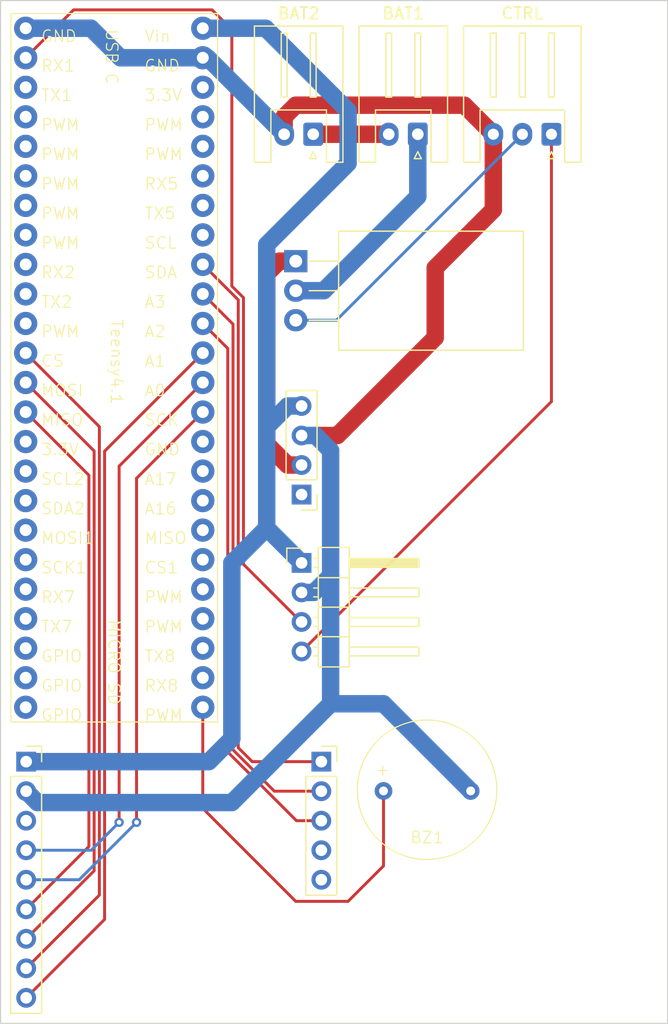
<source format=kicad_pcb>
(kicad_pcb (version 20221018) (generator pcbnew)
  (layers (0 "F.Cu" signal) (31 "B.Cu" signal) (34 "B.Paste" user) (35 "F.Paste" user) (36 "B.SilkS" user "B.Silkscreen") (37 "F.SilkS" user "F.Silkscreen") (38 "B.Mask" user) (39 "F.Mask" user) (44 "Edge.Cuts" user))
  (net 0 "")
  (net 1 "Net-(BZ1--)")
  (net 2 "GND")
  (net 3 "/EN")
  (net 4 "/VBAT")
  (net 5 "/VCC")
  (net 6 "/VSIG")
  (net 7 "Net-(J3-Pin_3)")
  (net 9 "/INT")
  (net 10 "/SCK")
  (net 11 "/MISO")
  (net 12 "/MOSI")
  (net 13 "/CS")
  (net 14 "/RST")
  (net 15 "/LVL")
  (net 16 "/NEPT")
  (net 17 "/FULL")
  (net 53 "Net-(J6-Pin_2)")
  (net 54 "/VIN")
  (footprint "Connector_PinSocket_2.54mm:PinSocket_1x05_P2.54mm_Vertical" (layer "F.Cu") (at 105.2 136.98)
    (fp_text reference "J5" hide)
    (fp_text value "Radio" hide)
    (fp_line (start -1.33 1.27) (end -1.33 11.49) (stroke (width 0.12)) (layer "F.SilkS"))
    (fp_line (start -1.33 1.27) (end 1.33 1.27) (stroke (width 0.12)) (layer "F.SilkS"))
    (fp_line (start -1.33 11.49) (end 1.33 11.49) (stroke (width 0.12)) (layer "F.SilkS"))
    (fp_line (start 0 -1.33) (end 1.33 -1.33) (stroke (width 0.12)) (layer "F.SilkS"))
    (fp_line (start 1.33 -1.33) (end 1.33 0) (stroke (width 0.12)) (layer "F.SilkS"))
    (fp_line (start 1.33 1.27) (end 1.33 11.49) (stroke (width 0.12)) (layer "F.SilkS"))
    (pad "1" thru_hole rect (at 0 0) (size 1.7 1.7) (drill 1) (layers "*.Cu" "*.Mask") (net 15 "/LVL"))
    (pad "2" thru_hole oval (at 0 2.54) (size 1.7 1.7) (drill 1) (layers "*.Cu" "*.Mask") (net 16 "/NEPT"))
    (pad "3" thru_hole oval (at 0 5.08) (size 1.7 1.7) (drill 1) (layers "*.Cu" "*.Mask") (net 17 "/FULL"))
    (pad "4" thru_hole oval (at 0 7.62) (size 1.7 1.7) (drill 1) (layers "*.Cu" "*.Mask"))
    (pad "5" thru_hole oval (at 0 10.16) (size 1.7 1.7) (drill 1) (layers "*.Cu" "*.Mask"))
  )
  (footprint "Connector_JST:JST_XH_S3B-XH-A_1x03_P2.50mm_Horizontal" (layer "F.Cu") (at 125 83 180)
    (fp_text reference "J2" hide)
    (fp_text value "CTRL" (at 2.5 10.4 180) (layer "F.SilkS"))
    (fp_line (start -2.56 -2.41) (end -1.14 -2.41) (stroke (width 0.12)) (layer "F.SilkS"))
    (fp_line (start -2.56 9.31) (end -2.56 -2.41) (stroke (width 0.12)) (layer "F.SilkS"))
    (fp_line (start -1.14 -2.41) (end -1.14 2.09) (stroke (width 0.12)) (layer "F.SilkS"))
    (fp_line (start -1.14 2.09) (end 2.5 2.09) (stroke (width 0.12)) (layer "F.SilkS"))
    (fp_line (start -0.3 -2.1) (end 0.3 -2.1) (stroke (width 0.12)) (layer "F.SilkS"))
    (fp_line (start -0.25 3.2) (end -0.25 8.7) (stroke (width 0.12)) (layer "F.SilkS"))
    (fp_line (start -0.25 8.7) (end 0.25 8.7) (stroke (width 0.12)) (layer "F.SilkS"))
    (fp_line (start 0 -1.5) (end -0.3 -2.1) (stroke (width 0.12)) (layer "F.SilkS"))
    (fp_line (start 0.25 3.2) (end -0.25 3.2) (stroke (width 0.12)) (layer "F.SilkS"))
    (fp_line (start 0.25 8.7) (end 0.25 3.2) (stroke (width 0.12)) (layer "F.SilkS"))
    (fp_line (start 0.3 -2.1) (end 0 -1.5) (stroke (width 0.12)) (layer "F.SilkS"))
    (fp_line (start 2.25 3.2) (end 2.25 8.7) (stroke (width 0.12)) (layer "F.SilkS"))
    (fp_line (start 2.25 8.7) (end 2.75 8.7) (stroke (width 0.12)) (layer "F.SilkS"))
    (fp_line (start 2.5 9.31) (end -2.56 9.31) (stroke (width 0.12)) (layer "F.SilkS"))
    (fp_line (start 2.5 9.31) (end 7.56 9.31) (stroke (width 0.12)) (layer "F.SilkS"))
    (fp_line (start 2.75 3.2) (end 2.25 3.2) (stroke (width 0.12)) (layer "F.SilkS"))
    (fp_line (start 2.75 8.7) (end 2.75 3.2) (stroke (width 0.12)) (layer "F.SilkS"))
    (fp_line (start 4.75 3.2) (end 4.75 8.7) (stroke (width 0.12)) (layer "F.SilkS"))
    (fp_line (start 4.75 8.7) (end 5.25 8.7) (stroke (width 0.12)) (layer "F.SilkS"))
    (fp_line (start 5.25 3.2) (end 4.75 3.2) (stroke (width 0.12)) (layer "F.SilkS"))
    (fp_line (start 5.25 8.7) (end 5.25 3.2) (stroke (width 0.12)) (layer "F.SilkS"))
    (fp_line (start 6.14 -2.41) (end 6.14 2.09) (stroke (width 0.12)) (layer "F.SilkS"))
    (fp_line (start 6.14 2.09) (end 2.5 2.09) (stroke (width 0.12)) (layer "F.SilkS"))
    (fp_line (start 7.56 -2.41) (end 6.14 -2.41) (stroke (width 0.12)) (layer "F.SilkS"))
    (fp_line (start 7.56 9.31) (end 7.56 -2.41) (stroke (width 0.12)) (layer "F.SilkS"))
    (pad "1" thru_hole roundrect (at 0 0 180) (size 1.7 1.95) (drill 0.95) (layers "*.Cu" "*.Mask") (roundrect_rratio 0.1470588235) (net 6 "/VSIG"))
    (pad "2" thru_hole oval (at 2.5 0 180) (size 1.7 1.95) (drill 0.95) (layers "*.Cu" "*.Mask") (net 3 "/EN"))
    (pad "3" thru_hole oval (at 5 0 180) (size 1.7 1.95) (drill 0.95) (layers "*.Cu" "*.Mask") (net 2 "GND"))
  )
  (footprint "Package_TO_SOT_THT:TO-220-3_Horizontal_TabDown" (layer "F.Cu") (at 103 93.92 -90)
    (fp_text reference "D1" hide)
    (fp_text value "Q_SCR_KAG")
    (fp_line (start -2.58 -19.58) (end -2.58 -3.69) (stroke (width 0.12)) (layer "F.SilkS"))
    (fp_line (start -2.58 -19.58) (end 7.66 -19.58) (stroke (width 0.12)) (layer "F.SilkS"))
    (fp_line (start -2.58 -3.69) (end 7.66 -3.69) (stroke (width 0.12)) (layer "F.SilkS"))
    (fp_line (start 0 -3.69) (end 0 -1.15) (stroke (width 0.12)) (layer "F.SilkS"))
    (fp_line (start 2.54 -3.69) (end 2.54 -1.15) (stroke (width 0.12)) (layer "F.SilkS"))
    (fp_line (start 5.08 -3.69) (end 5.08 -1.15) (stroke (width 0.12)) (layer "F.SilkS"))
    (fp_line (start 7.66 -19.58) (end 7.66 -3.69) (stroke (width 0.12)) (layer "F.SilkS"))
    (pad "" np_thru_hole oval (at 2.54 -16.66 270) (size 3.5 3.5) (drill 3.5) (layers "*.Cu" "*.Mask"))
    (pad "1" thru_hole rect (at 0 0 270) (size 1.905 2) (drill 1.1) (layers "*.Cu" "*.Mask") (net 4 "/VBAT"))
    (pad "2" thru_hole oval (at 2.54 0 270) (size 1.905 2) (drill 1.1) (layers "*.Cu" "*.Mask") (net 54 "/VIN"))
    (pad "3" thru_hole oval (at 5.08 0 270) (size 1.905 2) (drill 1.1) (layers "*.Cu" "*.Mask") (net 3 "/EN"))
  )
  (footprint "MountingHole:MountingHole_2.2mm_M2" (layer "F.Cu") (at 131 156)
    (fp_text reference "H2" hide)
    (fp_text value "MountingHole" hide)
    (pad "" np_thru_hole circle (at 0 0) (size 2.2 2.2) (drill 2.2) (layers "*.Cu" "*.Mask"))
  )
  (footprint "Avionics:Teensy_4.1" (layer "F.Cu") (at 87.38 103.09)
    (fp_text reference "Teensy4.1" (at 0.2 -0.5 -90 unlocked) (layer "F.SilkS") (effects (font (thickness 0.1))))
    (fp_text value "~")
    (fp_text user "GND" (at -6.35 -27.94 unlocked) (layer "F.SilkS") (effects (font (thickness 0.1)) (justify left bottom)))
    (fp_text user "PWM" (at 2.54 -20.32 unlocked) (layer "F.SilkS") (effects (font (thickness 0.1)) (justify left bottom)))
    (fp_text user "CS" (at -6.35 0 unlocked) (layer "F.SilkS") (effects (font (thickness 0.1)) (justify left bottom)))
    (fp_text user "PWM" (at -6.35 -10.16 unlocked) (layer "F.SilkS") (effects (font (thickness 0.1)) (justify left bottom)))
    (fp_text user "USB C" (at -0.8 -29.2 -90 unlocked) (layer "F.SilkS") (effects (font (thickness 0.1)) (justify left bottom)))
    (fp_text user "SCL" (at 2.54 -10.16 unlocked) (layer "F.SilkS") (effects (font (thickness 0.1)) (justify left bottom)))
    (fp_text user "TX2" (at -6.35 -5.08 unlocked) (layer "F.SilkS") (effects (font (thickness 0.1)) (justify left bottom)))
    (fp_text user "CS1" (at 2.54 17.78 unlocked) (layer "F.SilkS") (effects (font (thickness 0.1)) (justify left bottom)))
    (fp_text user "PWM" (at -6.35 -2.54 unlocked) (layer "F.SilkS") (effects (font (thickness 0.1)) (justify left bottom)))
    (fp_text user "TX5" (at 2.54 -12.7 unlocked) (layer "F.SilkS") (effects (font (thickness 0.1)) (justify left bottom)))
    (fp_text user "MICRO SD" (at -0.6 21.59 -90 unlocked) (layer "F.SilkS") (effects (font (thickness 0.1)) (justify left bottom)))
    (fp_text user "GND" (at 2.54 7.62 unlocked) (layer "F.SilkS") (effects (font (thickness 0.1)) (justify left bottom)))
    (fp_text user "PWM" (at 2.54 30.48 unlocked) (layer "F.SilkS") (effects (font (thickness 0.1)) (justify left bottom)))
    (fp_text user "A0" (at 2.54 2.54 unlocked) (layer "F.SilkS") (effects (font (thickness 0.1)) (justify left bottom)))
    (fp_text user "3.3V" (at 2.54 -22.86 unlocked) (layer "F.SilkS") (effects (font (thickness 0.1)) (justify left bottom)))
    (fp_text user "TX7" (at -6.35 22.86 unlocked) (layer "F.SilkS") (effects (font (thickness 0.1)) (justify left bottom)))
    (fp_text user "PWM" (at -6.35 -17.78 unlocked) (layer "F.SilkS") (effects (font (thickness 0.1)) (justify left bottom)))
    (fp_text user "PWM" (at 2.54 20.32 unlocked) (layer "F.SilkS") (effects (font (thickness 0.1)) (justify left bottom)))
    (fp_text user "RX5" (at 2.54 -15.24 unlocked) (layer "F.SilkS") (effects (font (thickness 0.1)) (justify left bottom)))
    (fp_text user "PWM" (at -6.35 -20.32 unlocked) (layer "F.SilkS") (effects (font (thickness 0.1)) (justify left bottom)))
    (fp_text user "SDA2" (at -6.35 12.7 unlocked) (layer "F.SilkS") (effects (font (thickness 0.1)) (justify left bottom)))
    (fp_text user "GPIO" (at -6.35 27.94 unlocked) (layer "F.SilkS") (effects (font (thickness 0.1)) (justify left bottom)))
    (fp_text user "SDA" (at 2.54 -7.62 unlocked) (layer "F.SilkS") (effects (font (thickness 0.1)) (justify left bottom)))
    (fp_text user "MISO" (at 2.54 15.24 unlocked) (layer "F.SilkS") (effects (font (thickness 0.1)) (justify left bottom)))
    (fp_text user "3.3V" (at -6.35 7.62 unlocked) (layer "F.SilkS") (effects (font (thickness 0.1)) (justify left bottom)))
    (fp_text user "MOSI" (at -6.35 2.54 unlocked) (layer "F.SilkS") (effects (font (thickness 0.1)) (justify left bottom)))
    (fp_text user "MOSI1" (at -6.35 15.24 unlocked) (layer "F.SilkS") (effects (font (thickness 0.1)) (justify left bottom)))
    (fp_text user "GND" (at 2.54 -25.4 unlocked) (layer "F.SilkS") (effects (font (thickness 0.1)) (justify left bottom)))
    (fp_text user "A16" (at 2.54 12.7 unlocked) (layer "F.SilkS") (effects (font (thickness 0.1)) (justify left bottom)))
    (fp_text user "A2" (at 2.54 -2.54 unlocked) (layer "F.SilkS") (effects (font (thickness 0.1)) (justify left bottom)))
    (fp_text user "SCK1" (at -6.35 17.78 unlocked) (layer "F.SilkS") (effects (font (thickness 0.1)) (justify left bottom)))
    (fp_text user "GPIO" (at -6.35 30.48 unlocked) (layer "F.SilkS") (effects (font (thickness 0.1)) (justify left bottom)))
    (fp_text user "A3" (at 2.54 -5.08 unlocked) (layer "F.SilkS") (effects (font (thickness 0.1)) (justify left bottom)))
    (fp_text user "A1" (at 2.54 0 unlocked) (layer "F.SilkS") (effects (font (thickness 0.1)) (justify left bottom)))
    (fp_text user "A17" (at 2.54 10.16 unlocked) (layer "F.SilkS") (effects (font (thickness 0.1)) (justify left bottom)))
    (fp_text user "RX1" (at -6.35 -25.4 unlocked) (layer "F.SilkS") (effects (font (thickness 0.1)) (justify left bottom)))
    (fp_text user "PWM" (at 2.54 22.86 unlocked) (layer "F.SilkS") (effects (font (thickness 0.1)) (justify left bottom)))
    (fp_text user "SCL2" (at -6.35 10.16 unlocked) (layer "F.SilkS") (effects (font (thickness 0.1)) (justify left bottom)))
    (fp_text user "TX8" (at 2.54 25.4 unlocked) (layer "F.SilkS") (effects (font (thickness 0.1)) (justify left bottom)))
    (fp_text user "PWM" (at -6.35 -15.24 unlocked) (layer "F.SilkS") (effects (font (thickness 0.1)) (justify left bottom)))
    (fp_text user "PWM" (at 2.54 -17.78 unlocked) (layer "F.SilkS") (effects (font (thickness 0.1)) (justify left bottom)))
    (fp_text user "RX7" (at -6.35 20.32 unlocked) (layer "F.SilkS") (effects (font (thickness 0.1)) (justify left bottom)))
    (fp_text user "SCK" (at 2.54 5.08 unlocked) (layer "F.SilkS") (effects (font (thickness 0.1)) (justify left bottom)))
    (fp_text user "GPIO" (at -6.35 25.4 unlocked) (layer "F.SilkS") (effects (font (thickness 0.1)) (justify left bottom)))
    (fp_text user "RX8" (at 2.54 27.94 unlocked) (layer "F.SilkS") (effects (font (thickness 0.1)) (justify left bottom)))
    (fp_text user "MISO" (at -6.35 5.08 unlocked) (layer "F.SilkS") (effects (font (thickness 0.1)) (justify left bottom)))
    (fp_text user "PWM" (at -6.35 -12.7 unlocked) (layer "F.SilkS") (effects (font (thickness 0.1)) (justify left bottom)))
    (fp_text user "Vin" (at 2.54 -27.94 unlocked) (layer "F.SilkS") (effects (font (thickness 0.1)) (justify left bottom)))
    (fp_text user "TX1" (at -6.35 -22.86 unlocked) (layer "F.SilkS") (effects (font (thickness 0.1)) (justify left bottom)))
    (fp_text user "RX2" (at -6.35 -7.62 unlocked) (layer "F.SilkS") (effects (font (thickness 0.1)) (justify left bottom)))
    (fp_line (start -8.89 -1.27) (end -8.89 -30.48) (stroke (width 0.1)) (layer "F.SilkS"))
    (fp_line (start -8.89 -1.27) (end -8.89 0) (stroke (width 0.1)) (layer "F.SilkS"))
    (fp_line (start -8.89 0) (end -8.89 30.48) (stroke (width 0.1)) (layer "F.SilkS"))
    (fp_line (start -8.89 30.48) (end 8.89 30.48) (stroke (width 0.1)) (layer "F.SilkS"))
    (fp_line (start 8.89 -30.48) (end -8.89 -30.48) (stroke (width 0.1)) (layer "F.SilkS"))
    (fp_line (start 8.89 -30.48) (end 8.89 -2.54) (stroke (width 0.1)) (layer "F.SilkS"))
    (fp_line (start 8.89 30.48) (end 8.89 -2.54) (stroke (width 0.1)) (layer "F.SilkS"))
    (pad "0" thru_hole circle (at -7.62 -29.21) (size 2 2) (drill 1.02) (layers "*.Cu" "*.Mask") (net 2 "GND"))
    (pad "1" thru_hole circle (at -7.62 -26.67) (size 2 2) (drill 1.02) (layers "*.Cu" "*.Mask") (net 7 "Net-(J3-Pin_3)"))
    (pad "2" thru_hole circle (at -7.62 -24.13) (size 2 2) (drill 1.02) (layers "*.Cu" "*.Mask"))
    (pad "3" thru_hole circle (at -7.62 -21.59) (size 2 2) (drill 1.02) (layers "*.Cu" "*.Mask"))
    (pad "4" thru_hole circle (at -7.62 -19.05) (size 2 2) (drill 1.02) (layers "*.Cu" "*.Mask"))
    (pad "5" thru_hole circle (at -7.62 -16.51) (size 2 2) (drill 1.02) (layers "*.Cu" "*.Mask"))
    (pad "6" thru_hole circle (at -7.62 -13.97) (size 2 2) (drill 1.02) (layers "*.Cu" "*.Mask"))
    (pad "7" thru_hole circle (at -7.62 -11.43) (size 2 2) (drill 1.02) (layers "*.Cu" "*.Mask"))
    (pad "8" thru_hole circle (at -7.62 -8.89) (size 2 2) (drill 1.02) (layers "*.Cu" "*.Mask"))
    (pad "9" thru_hole circle (at -7.62 -6.35) (size 2 2) (drill 1.02) (layers "*.Cu" "*.Mask"))
    (pad "10" thru_hole circle (at -7.62 -3.81) (size 2 2) (drill 1.02) (layers "*.Cu" "*.Mask"))
    (pad "11" thru_hole circle (at -7.62 -1.27) (size 2 2) (drill 1.02) (layers "*.Cu" "*.Mask") (net 13 "/CS"))
    (pad "12" thru_hole circle (at -7.62 1.27) (size 2 2) (drill 1.02) (layers "*.Cu" "*.Mask") (net 12 "/MOSI"))
    (pad "13" thru_hole circle (at -7.62 3.81) (size 2 2) (drill 1.02) (layers "*.Cu" "*.Mask") (net 11 "/MISO"))
    (pad "14" thru_hole circle (at -7.62 6.35) (size 2 2) (drill 1.02) (layers "*.Cu" "*.Mask"))
    (pad "15" thru_hole circle (at -7.62 8.89) (size 2 2) (drill 1.02) (layers "*.Cu" "*.Mask"))
    (pad "16" thru_hole circle (at -7.62 11.43) (size 2 2) (drill 1.02) (layers "*.Cu" "*.Mask"))
    (pad "17" thru_hole circle (at -7.62 13.97) (size 2 2) (drill 1.02) (layers "*.Cu" "*.Mask"))
    (pad "18" thru_hole circle (at -7.62 16.51) (size 2 2) (drill 1.02) (layers "*.Cu" "*.Mask"))
    (pad "19" thru_hole circle (at -7.62 19.05) (size 2 2) (drill 1.02) (layers "*.Cu" "*.Mask"))
    (pad "20" thru_hole circle (at -7.62 21.59) (size 2 2) (drill 1.02) (layers "*.Cu" "*.Mask"))
    (pad "21" thru_hole circle (at -7.62 24.13) (size 2 2) (drill 1.02) (layers "*.Cu" "*.Mask"))
    (pad "22" thru_hole circle (at -7.62 26.67) (size 2 2) (drill 1.02) (layers "*.Cu" "*.Mask"))
    (pad "23" thru_hole circle (at -7.62 29.21) (size 2 2) (drill 1.02) (layers "*.Cu" "*.Mask"))
    (pad "24" thru_hole circle (at 7.62 29.21) (size 2 2) (drill 1.02) (layers "*.Cu" "*.Mask") (net 1 "Net-(BZ1--)"))
    (pad "25" thru_hole circle (at 7.62 26.67) (size 2 2) (drill 1.02) (layers "*.Cu" "*.Mask"))
    (pad "26" thru_hole circle (at 7.62 24.13) (size 2 2) (drill 1.02) (layers "*.Cu" "*.Mask"))
    (pad "27" thru_hole circle (at 7.62 21.59) (size 2 2) (drill 1.02) (layers "*.Cu" "*.Mask"))
    (pad "28" thru_hole circle (at 7.62 19.05) (size 2 2) (drill 1.02) (layers "*.Cu" "*.Mask"))
    (pad "29" thru_hole circle (at 7.62 16.51) (size 2 2) (drill 1.02) (layers "*.Cu" "*.Mask"))
    (pad "30" thru_hole circle (at 7.62 13.97) (size 2 2) (drill 1.02) (layers "*.Cu" "*.Mask"))
    (pad "31" thru_hole circle (at 7.62 11.43) (size 2 2) (drill 1.02) (layers "*.Cu" "*.Mask"))
    (pad "32" thru_hole circle (at 7.62 8.89) (size 2 2) (drill 1.02) (layers "*.Cu" "*.Mask"))
    (pad "33" thru_hole circle (at 7.62 6.35) (size 2 2) (drill 1.02) (layers "*.Cu" "*.Mask"))
    (pad "34" thru_hole circle (at 7.62 3.81) (size 2 2) (drill 1.02) (layers "*.Cu" "*.Mask") (net 10 "/SCK"))
    (pad "35" thru_hole circle (at 7.62 1.27) (size 2 2) (drill 1.02) (layers "*.Cu" "*.Mask") (net 9 "/INT"))
    (pad "36" thru_hole circle (at 7.62 -1.27) (size 2 2) (drill 1.02) (layers "*.Cu" "*.Mask") (net 14 "/RST"))
    (pad "37" thru_hole circle (at 7.62 -3.81) (size 2 2) (drill 1.02) (layers "*.Cu" "*.Mask") (net 17 "/FULL"))
    (pad "38" thru_hole circle (at 7.62 -6.35) (size 2 2) (drill 1.02) (layers "*.Cu" "*.Mask") (net 16 "/NEPT"))
    (pad "39" thru_hole circle (at 7.62 -8.89) (size 2 2) (drill 1.02) (layers "*.Cu" "*.Mask") (net 15 "/LVL"))
    (pad "40" thru_hole circle (at 7.62 -11.43) (size 2 2) (drill 1.02) (layers "*.Cu" "*.Mask"))
    (pad "41" thru_hole circle (at 7.62 -13.97) (size 2 2) (drill 1.02) (layers "*.Cu" "*.Mask"))
    (pad "42" thru_hole circle (at 7.62 -16.51) (size 2 2) (drill 1.02) (layers "*.Cu" "*.Mask"))
    (pad "43" thru_hole circle (at 7.62 -19.05) (size 2 2) (drill 1.02) (layers "*.Cu" "*.Mask"))
    (pad "44" thru_hole circle (at 7.62 -21.59) (size 2 2) (drill 1.02) (layers "*.Cu" "*.Mask"))
    (pad "45" thru_hole circle (at 7.62 -24.13) (size 2 2) (drill 1.02) (layers "*.Cu" "*.Mask"))
    (pad "46" thru_hole circle (at 7.62 -26.67) (size 2 2) (drill 1.02) (layers "*.Cu" "*.Mask") (net 2 "GND"))
    (pad "47" thru_hole circle (at 7.62 -29.21) (size 2 2) (drill 1.02) (layers "*.Cu" "*.Mask") (net 5 "/VCC"))
  )
  (footprint "Avionics:Adafruit_5V_Buzzer" (layer "F.Cu") (at 114.3 144)
    (fp_text reference "BZ1" (at 0 -0.5 unlocked) (layer "F.SilkS") (effects (font (thickness 0.1))))
    (fp_text value "Buzzer" hide)
    (fp_text user "+" (at -4.5 -5.75 unlocked) (layer "F.SilkS") (effects (font (thickness 0.1)) (justify left bottom)))
    (fp_circle (center 0 -4.6) (end 6 -4.75) (stroke (width 0.1)) (fill none) (layer "F.SilkS"))
    (pad "1" thru_hole circle (at -3.75 -4.5) (size 1.524 1.524) (drill 0.762) (layers "*.Cu" "*.Mask") (net 1 "Net-(BZ1--)"))
    (pad "2" thru_hole circle (at 3.75 -4.5) (size 1.524 1.524) (drill 0.762) (layers "*.Cu" "*.Mask") (net 2 "GND"))
  )
  (footprint "MountingHole:MountingHole_2.2mm_M2" (layer "F.Cu") (at 131.5 74.9)
    (fp_text reference "H1" hide)
    (fp_text value "MountingHole" hide)
    (pad "" np_thru_hole circle (at 0 0) (size 2.2 2.2) (drill 2.2) (layers "*.Cu" "*.Mask"))
  )
  (footprint "Connector_JST:JST_XH_S2B-XH-A_1x02_P2.50mm_Horizontal" (layer "F.Cu") (at 113.5 83 180)
    (fp_text reference "J6" hide)
    (fp_text value "BAT1" (at 1.25 10.4) (layer "F.SilkS"))
    (fp_line (start -2.56 -2.41) (end -1.14 -2.41) (stroke (width 0.12)) (layer "F.SilkS"))
    (fp_line (start -2.56 9.31) (end -2.56 -2.41) (stroke (width 0.12)) (layer "F.SilkS"))
    (fp_line (start -1.14 -2.41) (end -1.14 2.09) (stroke (width 0.12)) (layer "F.SilkS"))
    (fp_line (start -1.14 2.09) (end 1.25 2.09) (stroke (width 0.12)) (layer "F.SilkS"))
    (fp_line (start -0.3 -2.1) (end 0.3 -2.1) (stroke (width 0.12)) (layer "F.SilkS"))
    (fp_line (start -0.25 3.2) (end -0.25 8.7) (stroke (width 0.12)) (layer "F.SilkS"))
    (fp_line (start -0.25 8.7) (end 0.25 8.7) (stroke (width 0.12)) (layer "F.SilkS"))
    (fp_line (start 0 -1.5) (end -0.3 -2.1) (stroke (width 0.12)) (layer "F.SilkS"))
    (fp_line (start 0.25 3.2) (end -0.25 3.2) (stroke (width 0.12)) (layer "F.SilkS"))
    (fp_line (start 0.25 8.7) (end 0.25 3.2) (stroke (width 0.12)) (layer "F.SilkS"))
    (fp_line (start 0.3 -2.1) (end 0 -1.5) (stroke (width 0.12)) (layer "F.SilkS"))
    (fp_line (start 1.25 9.31) (end -2.56 9.31) (stroke (width 0.12)) (layer "F.SilkS"))
    (fp_line (start 1.25 9.31) (end 5.06 9.31) (stroke (width 0.12)) (layer "F.SilkS"))
    (fp_line (start 2.25 3.2) (end 2.25 8.7) (stroke (width 0.12)) (layer "F.SilkS"))
    (fp_line (start 2.25 8.7) (end 2.75 8.7) (stroke (width 0.12)) (layer "F.SilkS"))
    (fp_line (start 2.75 3.2) (end 2.25 3.2) (stroke (width 0.12)) (layer "F.SilkS"))
    (fp_line (start 2.75 8.7) (end 2.75 3.2) (stroke (width 0.12)) (layer "F.SilkS"))
    (fp_line (start 3.64 -2.41) (end 3.64 2.09) (stroke (width 0.12)) (layer "F.SilkS"))
    (fp_line (start 3.64 2.09) (end 1.25 2.09) (stroke (width 0.12)) (layer "F.SilkS"))
    (fp_line (start 5.06 -2.41) (end 3.64 -2.41) (stroke (width 0.12)) (layer "F.SilkS"))
    (fp_line (start 5.06 9.31) (end 5.06 -2.41) (stroke (width 0.12)) (layer "F.SilkS"))
    (pad "1" thru_hole roundrect (at 0 0 180) (size 1.7 2) (drill 1) (layers "*.Cu" "*.Mask") (roundrect_rratio 0.1470588235) (net 54 "/VIN"))
    (pad "2" thru_hole oval (at 2.5 0 180) (size 1.7 2) (drill 1) (layers "*.Cu" "*.Mask") (net 53 "Net-(J6-Pin_2)"))
  )
  (footprint "Connector_JST:JST_XH_S2B-XH-A_1x02_P2.50mm_Horizontal" (layer "F.Cu") (at 104.5 83 180)
    (fp_text reference "J7" hide)
    (fp_text value "BAT2" (at 1.25 10.4) (layer "F.SilkS"))
    (fp_line (start -2.56 -2.41) (end -1.14 -2.41) (stroke (width 0.12)) (layer "F.SilkS"))
    (fp_line (start -2.56 9.31) (end -2.56 -2.41) (stroke (width 0.12)) (layer "F.SilkS"))
    (fp_line (start -1.14 -2.41) (end -1.14 2.09) (stroke (width 0.12)) (layer "F.SilkS"))
    (fp_line (start -1.14 2.09) (end 1.25 2.09) (stroke (width 0.12)) (layer "F.SilkS"))
    (fp_line (start -0.3 -2.1) (end 0.3 -2.1) (stroke (width 0.12)) (layer "F.SilkS"))
    (fp_line (start -0.25 3.2) (end -0.25 8.7) (stroke (width 0.12)) (layer "F.SilkS"))
    (fp_line (start -0.25 8.7) (end 0.25 8.7) (stroke (width 0.12)) (layer "F.SilkS"))
    (fp_line (start 0 -1.5) (end -0.3 -2.1) (stroke (width 0.12)) (layer "F.SilkS"))
    (fp_line (start 0.25 3.2) (end -0.25 3.2) (stroke (width 0.12)) (layer "F.SilkS"))
    (fp_line (start 0.25 8.7) (end 0.25 3.2) (stroke (width 0.12)) (layer "F.SilkS"))
    (fp_line (start 0.3 -2.1) (end 0 -1.5) (stroke (width 0.12)) (layer "F.SilkS"))
    (fp_line (start 1.25 9.31) (end -2.56 9.31) (stroke (width 0.12)) (layer "F.SilkS"))
    (fp_line (start 1.25 9.31) (end 5.06 9.31) (stroke (width 0.12)) (layer "F.SilkS"))
    (fp_line (start 2.25 3.2) (end 2.25 8.7) (stroke (width 0.12)) (layer "F.SilkS"))
    (fp_line (start 2.25 8.7) (end 2.75 8.7) (stroke (width 0.12)) (layer "F.SilkS"))
    (fp_line (start 2.75 3.2) (end 2.25 3.2) (stroke (width 0.12)) (layer "F.SilkS"))
    (fp_line (start 2.75 8.7) (end 2.75 3.2) (stroke (width 0.12)) (layer "F.SilkS"))
    (fp_line (start 3.64 -2.41) (end 3.64 2.09) (stroke (width 0.12)) (layer "F.SilkS"))
    (fp_line (start 3.64 2.09) (end 1.25 2.09) (stroke (width 0.12)) (layer "F.SilkS"))
    (fp_line (start 5.06 -2.41) (end 3.64 -2.41) (stroke (width 0.12)) (layer "F.SilkS"))
    (fp_line (start 5.06 9.31) (end 5.06 -2.41) (stroke (width 0.12)) (layer "F.SilkS"))
    (pad "1" thru_hole roundrect (at 0 0 180) (size 1.7 2) (drill 1) (layers "*.Cu" "*.Mask") (roundrect_rratio 0.1470588235) (net 53 "Net-(J6-Pin_2)"))
    (pad "2" thru_hole oval (at 2.5 0 180) (size 1.7 2) (drill 1) (layers "*.Cu" "*.Mask") (net 2 "GND"))
  )
  (footprint "MountingHole:MountingHole_2.2mm_M2" (layer "F.Cu") (at 100 88.5)
    (fp_text reference "H4" hide)
    (fp_text value "MountingHole" hide)
    (pad "" np_thru_hole circle (at 0 0) (size 2.2 2.2) (drill 2.2) (layers "*.Cu" "*.Mask"))
  )
  (footprint "MountingHole:MountingHole_2.2mm_M2" (layer "F.Cu") (at 101 132)
    (fp_text reference "H3" hide)
    (fp_text value "MountingHole" hide)
    (pad "" np_thru_hole circle (at 0 0) (size 2.2 2.2) (drill 2.2) (layers "*.Cu" "*.Mask"))
  )
  (footprint "Connector_PinSocket_2.54mm:PinSocket_1x09_P2.54mm_Vertical" (layer "F.Cu") (at 79.8 136.98)
    (fp_text reference "J4" hide)
    (fp_text value "Radio")
    (fp_line (start -1.33 1.27) (end -1.33 21.65) (stroke (width 0.12)) (layer "F.SilkS"))
    (fp_line (start -1.33 1.27) (end 1.33 1.27) (stroke (width 0.12)) (layer "F.SilkS"))
    (fp_line (start -1.33 21.65) (end 1.33 21.65) (stroke (width 0.12)) (layer "F.SilkS"))
    (fp_line (start 0 -1.33) (end 1.33 -1.33) (stroke (width 0.12)) (layer "F.SilkS"))
    (fp_line (start 1.33 -1.33) (end 1.33 0) (stroke (width 0.12)) (layer "F.SilkS"))
    (fp_line (start 1.33 1.27) (end 1.33 21.65) (stroke (width 0.12)) (layer "F.SilkS"))
    (pad "1" thru_hole rect (at 0 0) (size 1.7 1.7) (drill 1) (layers "*.Cu" "*.Mask") (net 5 "/VCC"))
    (pad "2" thru_hole oval (at 0 2.54) (size 1.7 1.7) (drill 1) (layers "*.Cu" "*.Mask") (net 2 "GND"))
    (pad "3" thru_hole oval (at 0 5.08) (size 1.7 1.7) (drill 1) (layers "*.Cu" "*.Mask"))
    (pad "4" thru_hole oval (at 0 7.62) (size 1.7 1.7) (drill 1) (layers "*.Cu" "*.Mask") (net 9 "/INT"))
    (pad "5" thru_hole oval (at 0 10.16) (size 1.7 1.7) (drill 1) (layers "*.Cu" "*.Mask") (net 10 "/SCK"))
    (pad "6" thru_hole oval (at 0 12.7) (size 1.7 1.7) (drill 1) (layers "*.Cu" "*.Mask") (net 11 "/MISO"))
    (pad "7" thru_hole oval (at 0 15.24) (size 1.7 1.7) (drill 1) (layers "*.Cu" "*.Mask") (net 12 "/MOSI"))
    (pad "8" thru_hole oval (at 0 17.78) (size 1.7 1.7) (drill 1) (layers "*.Cu" "*.Mask") (net 13 "/CS"))
    (pad "9" thru_hole oval (at 0 20.32) (size 1.7 1.7) (drill 1) (layers "*.Cu" "*.Mask") (net 14 "/RST"))
  )
  (footprint "Connector_PinHeader_2.54mm:PinHeader_1x04_P2.54mm_Horizontal" (layer "F.Cu") (at 103.5 119.88)
    (fp_text reference "J3" hide)
    (fp_text value "RPi")
    (fp_line (start -1.27 -1.27) (end 0 -1.27) (stroke (width 0.12)) (layer "F.SilkS"))
    (fp_line (start -1.27 0) (end -1.27 -1.27) (stroke (width 0.12)) (layer "F.SilkS"))
    (fp_line (start 1.042929 2.16) (end 1.44 2.16) (stroke (width 0.12)) (layer "F.SilkS"))
    (fp_line (start 1.042929 2.92) (end 1.44 2.92) (stroke (width 0.12)) (layer "F.SilkS"))
    (fp_line (start 1.042929 4.7) (end 1.44 4.7) (stroke (width 0.12)) (layer "F.SilkS"))
    (fp_line (start 1.042929 5.46) (end 1.44 5.46) (stroke (width 0.12)) (layer "F.SilkS"))
    (fp_line (start 1.042929 7.24) (end 1.44 7.24) (stroke (width 0.12)) (layer "F.SilkS"))
    (fp_line (start 1.042929 8) (end 1.44 8) (stroke (width 0.12)) (layer "F.SilkS"))
    (fp_line (start 1.11 -0.38) (end 1.44 -0.38) (stroke (width 0.12)) (layer "F.SilkS"))
    (fp_line (start 1.11 0.38) (end 1.44 0.38) (stroke (width 0.12)) (layer "F.SilkS"))
    (fp_line (start 1.44 -1.33) (end 1.44 8.95) (stroke (width 0.12)) (layer "F.SilkS"))
    (fp_line (start 1.44 1.27) (end 4.1 1.27) (stroke (width 0.12)) (layer "F.SilkS"))
    (fp_line (start 1.44 3.81) (end 4.1 3.81) (stroke (width 0.12)) (layer "F.SilkS"))
    (fp_line (start 1.44 6.35) (end 4.1 6.35) (stroke (width 0.12)) (layer "F.SilkS"))
    (fp_line (start 1.44 8.95) (end 4.1 8.95) (stroke (width 0.12)) (layer "F.SilkS"))
    (fp_line (start 4.1 -1.33) (end 1.44 -1.33) (stroke (width 0.12)) (layer "F.SilkS"))
    (fp_line (start 4.1 -0.38) (end 10.1 -0.38) (stroke (width 0.12)) (layer "F.SilkS"))
    (fp_line (start 4.1 -0.32) (end 10.1 -0.32) (stroke (width 0.12)) (layer "F.SilkS"))
    (fp_line (start 4.1 -0.2) (end 10.1 -0.2) (stroke (width 0.12)) (layer "F.SilkS"))
    (fp_line (start 4.1 -0.08) (end 10.1 -0.08) (stroke (width 0.12)) (layer "F.SilkS"))
    (fp_line (start 4.1 0.04) (end 10.1 0.04) (stroke (width 0.12)) (layer "F.SilkS"))
    (fp_line (start 4.1 0.16) (end 10.1 0.16) (stroke (width 0.12)) (layer "F.SilkS"))
    (fp_line (start 4.1 0.28) (end 10.1 0.28) (stroke (width 0.12)) (layer "F.SilkS"))
    (fp_line (start 4.1 2.16) (end 10.1 2.16) (stroke (width 0.12)) (layer "F.SilkS"))
    (fp_line (start 4.1 4.7) (end 10.1 4.7) (stroke (width 0.12)) (layer "F.SilkS"))
    (fp_line (start 4.1 7.24) (end 10.1 7.24) (stroke (width 0.12)) (layer "F.SilkS"))
    (fp_line (start 4.1 8.95) (end 4.1 -1.33) (stroke (width 0.12)) (layer "F.SilkS"))
    (fp_line (start 10.1 -0.38) (end 10.1 0.38) (stroke (width 0.12)) (layer "F.SilkS"))
    (fp_line (start 10.1 0.38) (end 4.1 0.38) (stroke (width 0.12)) (layer "F.SilkS"))
    (fp_line (start 10.1 2.16) (end 10.1 2.92) (stroke (width 0.12)) (layer "F.SilkS"))
    (fp_line (start 10.1 2.92) (end 4.1 2.92) (stroke (width 0.12)) (layer "F.SilkS"))
    (fp_line (start 10.1 4.7) (end 10.1 5.46) (stroke (width 0.12)) (layer "F.SilkS"))
    (fp_line (start 10.1 5.46) (end 4.1 5.46) (stroke (width 0.12)) (layer "F.SilkS"))
    (fp_line (start 10.1 7.24) (end 10.1 8) (stroke (width 0.12)) (layer "F.SilkS"))
    (fp_line (start 10.1 8) (end 4.1 8) (stroke (width 0.12)) (layer "F.SilkS"))
    (pad "1" thru_hole rect (at 0 0) (size 1.7 1.7) (drill 1) (layers "*.Cu" "*.Mask") (net 5 "/VCC"))
    (pad "2" thru_hole oval (at 0 2.54) (size 1.7 1.7) (drill 1) (layers "*.Cu" "*.Mask") (net 2 "GND"))
    (pad "3" thru_hole oval (at 0 5.08) (size 1.7 1.7) (drill 1) (layers "*.Cu" "*.Mask") (net 7 "Net-(J3-Pin_3)"))
    (pad "4" thru_hole oval (at 0 7.62) (size 1.7 1.7) (drill 1) (layers "*.Cu" "*.Mask") (net 6 "/VSIG"))
  )
  (footprint "Connector_PinHeader_2.54mm:PinHeader_1x04_P2.54mm_Vertical" (layer "F.Cu") (at 103.5 114 180)
    (fp_text reference "J1" hide)
    (fp_text value "CNVT")
    (fp_line (start -1.33 -1.33) (end 0 -1.33) (stroke (width 0.12)) (layer "F.SilkS"))
    (fp_line (start -1.33 0) (end -1.33 -1.33) (stroke (width 0.12)) (layer "F.SilkS"))
    (fp_line (start -1.33 1.27) (end -1.33 8.95) (stroke (width 0.12)) (layer "F.SilkS"))
    (fp_line (start -1.33 1.27) (end 1.33 1.27) (stroke (width 0.12)) (layer "F.SilkS"))
    (fp_line (start -1.33 8.95) (end 1.33 8.95) (stroke (width 0.12)) (layer "F.SilkS"))
    (fp_line (start 1.33 1.27) (end 1.33 8.95) (stroke (width 0.12)) (layer "F.SilkS"))
    (pad "1" thru_hole rect (at 0 0 180) (size 1.7 1.7) (drill 1) (layers "*.Cu" "*.Mask"))
    (pad "2" thru_hole oval (at 0 2.54 180) (size 1.7 1.7) (drill 1) (layers "*.Cu" "*.Mask") (net 4 "/VBAT"))
    (pad "3" thru_hole oval (at 0 5.08 180) (size 1.7 1.7) (drill 1) (layers "*.Cu" "*.Mask") (net 2 "GND"))
    (pad "4" thru_hole oval (at 0 7.62 180) (size 1.7 1.7) (drill 1) (layers "*.Cu" "*.Mask") (net 5 "/VCC"))
  )
  (gr_rect (start 77.6 71.5) (end 135 159.5) (stroke (width 0.1)) (fill none) (layer "Edge.Cuts"))
  (segment (start 110.55 145.95) (end 110.55 139.5) (width 0.25) (layer "F.Cu") (net 1))
  (segment (start 107.5 149) (end 110.55 145.95) (width 0.25) (layer "F.Cu") (net 1))
  (segment (start 95 132.3) (end 95 141) (width 0.25) (layer "F.Cu") (net 1))
  (segment (start 95 141) (end 103 149) (width 0.25) (layer "F.Cu") (net 1))
  (segment (start 103 149) (end 107.5 149) (width 0.25) (layer "F.Cu") (net 1))
  (segment (start 115 100.5) (end 115 94.5) (width 1.5) (layer "F.Cu") (net 2))
  (segment (start 115 94.5) (end 120 89.5) (width 1.5) (layer "F.Cu") (net 2))
  (segment (start 117.5 80.5) (end 120 83) (width 1.5) (layer "F.Cu") (net 2))
  (segment (start 103 80.5) (end 117.5 80.5) (width 1.5) (layer "F.Cu") (net 2))
  (segment (start 103.5 108.92) (end 106.58 108.92) (width 1.5) (layer "F.Cu") (net 2))
  (segment (start 120 89.5) (end 120 83) (width 1.5) (layer "F.Cu") (net 2))
  (segment (start 102 81.5) (end 103 80.5) (width 1.5) (layer "F.Cu") (net 2))
  (segment (start 106.58 108.92) (end 115 100.5) (width 1.5) (layer "F.Cu") (net 2))
  (segment (start 102 83) (end 102 81.5) (width 1.5) (layer "F.Cu") (net 2))
  (segment (start 106 132) (end 110.55 132) (width 1.5) (layer "B.Cu") (net 2))
  (segment (start 95 76.42) (end 87.92 76.42) (width 1.5) (layer "B.Cu") (net 2))
  (segment (start 95.42 76.42) (end 102 83) (width 1.5) (layer "B.Cu") (net 2))
  (segment (start 104.702081 108.92) (end 103.5 108.92) (width 1.5) (layer "B.Cu") (net 2))
  (segment (start 105.98 121) (end 106 121) (width 1.5) (layer "B.Cu") (net 2))
  (segment (start 104.56 122.42) (end 105.98 121) (width 1.5) (layer "B.Cu") (net 2))
  (segment (start 106 132) (end 97.5 140.5) (width 1.5) (layer "B.Cu") (net 2))
  (segment (start 80.78 140.5) (end 79.8 139.52) (width 1.5) (layer "B.Cu") (net 2))
  (segment (start 106 121) (end 106 110.217919) (width 1.5) (layer "B.Cu") (net 2))
  (segment (start 106 121) (end 106 127.5) (width 1.5) (layer "B.Cu") (net 2))
  (segment (start 95 76.42) (end 95.42 76.42) (width 1.5) (layer "B.Cu") (net 2))
  (segment (start 110.55 132) (end 118.05 139.5) (width 1.5) (layer "B.Cu") (net 2))
  (segment (start 87.92 76.42) (end 85.38 73.88) (width 1.5) (layer "B.Cu") (net 2))
  (segment (start 106 127.5) (end 106 132) (width 1.5) (layer "B.Cu") (net 2))
  (segment (start 106 110.217919) (end 104.702081 108.92) (width 1.5) (layer "B.Cu") (net 2))
  (segment (start 97.5 140.5) (end 80.78 140.5) (width 1.5) (layer "B.Cu") (net 2))
  (segment (start 85.38 73.88) (end 79.76 73.88) (width 1.5) (layer "B.Cu") (net 2))
  (segment (start 103.5 122.42) (end 104.56 122.42) (width 1.5) (layer "B.Cu") (net 2))
  (segment (start 106.5 99) (end 103 99) (width 0.25) (layer "B.Cu") (net 3))
  (segment (start 122.5 83) (end 106.5 99) (width 0.25) (layer "B.Cu") (net 3))
  (segment (start 100.5 109.662081) (end 102.297919 111.46) (width 1.5) (layer "F.Cu") (net 4))
  (segment (start 101.58 93.92) (end 100.5 95) (width 1.5) (layer "F.Cu") (net 4))
  (segment (start 102.297919 111.46) (end 103.5 111.46) (width 1.5) (layer "F.Cu") (net 4))
  (segment (start 100.5 95) (end 100.5 109.662081) (width 1.5) (layer "F.Cu") (net 4))
  (segment (start 103 93.92) (end 101.58 93.92) (width 1.5) (layer "F.Cu") (net 4))
  (segment (start 103.5 106.38) (end 102.297919 106.38) (width 1.5) (layer "B.Cu") (net 5))
  (segment (start 97.5 135) (end 95.52 136.98) (width 1.5) (layer "B.Cu") (net 5))
  (segment (start 95.52 136.98) (end 79.8 136.98) (width 1.5) (layer "B.Cu") (net 5))
  (segment (start 102.297919 106.38) (end 100.5 108.177919) (width 1.5) (layer "B.Cu") (net 5))
  (segment (start 97.5 119.88) (end 97.5 135) (width 1.5) (layer "B.Cu") (net 5))
  (segment (start 100.403528 73.88) (end 95 73.88) (width 1.5) (layer "B.Cu") (net 5))
  (segment (start 107.5 85.5) (end 107.5 80.976472) (width 1.5) (layer "B.Cu") (net 5))
  (segment (start 100.5 108.177919) (end 100.5 92.5) (width 1.5) (layer "B.Cu") (net 5))
  (segment (start 100.5 116.88) (end 97.5 119.88) (width 1.5) (layer "B.Cu") (net 5))
  (segment (start 79.82 137) (end 79.8 136.98) (width 1.5) (layer "B.Cu") (net 5))
  (segment (start 100.5 92.5) (end 107.5 85.5) (width 1.5) (layer "B.Cu") (net 5))
  (segment (start 100.5 108.177919) (end 100.5 116.88) (width 1.5) (layer "B.Cu") (net 5))
  (segment (start 107.5 80.976472) (end 100.403528 73.88) (width 1.5) (layer "B.Cu") (net 5))
  (segment (start 100.5 116.88) (end 103.5 119.88) (width 1.5) (layer "B.Cu") (net 5))
  (segment (start 125 106) (end 125 83) (width 0.25) (layer "F.Cu") (net 6))
  (segment (start 103.5 127.5) (end 125 106) (width 0.25) (layer "F.Cu") (net 6))
  (segment (start 98.5 97.063604) (end 97.5 96.063604) (width 0.25) (layer "F.Cu") (net 7))
  (segment (start 95.8 72.3) (end 83.88 72.3) (width 0.25) (layer "F.Cu") (net 7))
  (segment (start 97.5 74) (end 95.8 72.3) (width 0.25) (layer "F.Cu") (net 7))
  (segment (start 97.5 96.063604) (end 97.5 74) (width 0.25) (layer "F.Cu") (net 7))
  (segment (start 103.5 124.96) (end 103.46 124.96) (width 0.25) (layer "F.Cu") (net 7))
  (segment (start 83.88 72.3) (end 79.76 76.42) (width 0.25) (layer "F.Cu") (net 7))
  (segment (start 98.5 120) (end 98.5 97.063604) (width 0.25) (layer "F.Cu") (net 7))
  (segment (start 103.46 124.96) (end 98.5 120) (width 0.25) (layer "F.Cu") (net 7))
  (segment (start 87.8 111.56) (end 95 104.36) (width 0.25) (layer "F.Cu") (net 9))
  (segment (start 87.8 142.2) (end 87.8 111.56) (width 0.25) (layer "F.Cu") (net 9))
  (via (at 87.8 142.2) (size 0.8) (drill 0.4) (layers "F.Cu" "B.Cu") (net 9))
  (segment (start 85.4 144.6) (end 87.8 142.2) (width 0.25) (layer "B.Cu") (net 9))
  (segment (start 79.8 144.6) (end 85.4 144.6) (width 0.25) (layer "B.Cu") (net 9))
  (segment (start 89.3 142.2) (end 89.3 112.6) (width 0.25) (layer "F.Cu") (net 10))
  (segment (start 89.3 112.6) (end 95 106.9) (width 0.25) (layer "F.Cu") (net 10))
  (via (at 89.3 142.2) (size 0.8) (drill 0.4) (layers "F.Cu" "B.Cu") (net 10))
  (segment (start 79.8 147.14) (end 84.36 147.14) (width 0.25) (layer "B.Cu") (net 10))
  (segment (start 84.36 147.14) (end 89.3 142.2) (width 0.25) (layer "B.Cu") (net 10))
  (segment (start 85.2 144.28) (end 85.2 112.34) (width 0.25) (layer "F.Cu") (net 11))
  (segment (start 85.2 112.34) (end 79.76 106.9) (width 0.25) (layer "F.Cu") (net 11))
  (segment (start 79.8 149.68) (end 85.2 144.28) (width 0.25) (layer "F.Cu") (net 11))
  (segment (start 79.76 106.9) (end 79.76 107.5) (width 0.25) (layer "F.Cu") (net 11))
  (segment (start 79.76 107.5) (end 79.8 107.5) (width 0.25) (layer "F.Cu") (net 11))
  (segment (start 79.8 152.22) (end 85.65 146.37) (width 0.25) (layer "F.Cu") (net 12))
  (segment (start 85.65 110.25) (end 79.76 104.36) (width 0.25) (layer "F.Cu") (net 12))
  (segment (start 85.65 146.37) (end 85.65 110.25) (width 0.25) (layer "F.Cu") (net 12))
  (segment (start 86.1 108.16) (end 86.1 148.46) (width 0.25) (layer "F.Cu") (net 13))
  (segment (start 86.1 148.46) (end 79.8 154.76) (width 0.25) (layer "F.Cu") (net 13))
  (segment (start 79.76 101.82) (end 86.1 108.16) (width 0.25) (layer "F.Cu") (net 13))
  (segment (start 79.8 157.3) (end 86.55 150.55) (width 0.25) (layer "F.Cu") (net 14))
  (segment (start 86.55 150.55) (end 86.55 110.27) (width 0.25) (layer "F.Cu") (net 14))
  (segment (start 86.55 110.27) (end 95 101.82) (width 0.25) (layer "F.Cu") (net 14))
  (segment (start 98.05 135.777208) (end 98.05 97.25) (width 0.25) (layer "F.Cu") (net 15))
  (segment (start 99.252792 136.98) (end 98.05 135.777208) (width 0.25) (layer "F.Cu") (net 15))
  (segment (start 98.05 97.25) (end 95 94.2) (width 0.25) (layer "F.Cu") (net 15))
  (segment (start 95 94.2) (end 95.2 94.2) (width 0.25) (layer "F.Cu") (net 15))
  (segment (start 105.2 136.98) (end 99.252792 136.98) (width 0.25) (layer "F.Cu") (net 15))
  (segment (start 101.156396 139.52) (end 97.6 135.963604) (width 0.25) (layer "F.Cu") (net 16))
  (segment (start 97.6 135.963604) (end 97.6 99.34) (width 0.25) (layer "F.Cu") (net 16))
  (segment (start 105.2 139.52) (end 101.156396 139.52) (width 0.25) (layer "F.Cu") (net 16))
  (segment (start 97.6 99.34) (end 95 96.74) (width 0.25) (layer "F.Cu") (net 16))
  (segment (start 97.15 101.43) (end 95 99.28) (width 0.25) (layer "F.Cu") (net 17))
  (segment (start 105.2 142.06) (end 103.06 142.06) (width 0.25) (layer "F.Cu") (net 17))
  (segment (start 103.06 142.06) (end 97.15 136.15) (width 0.25) (layer "F.Cu") (net 17))
  (segment (start 97.15 136.15) (end 97.15 101.43) (width 0.25) (layer "F.Cu") (net 17))
  (segment (start 104.5 83) (end 111 83) (width 1.5) (layer "F.Cu") (net 53))
  (segment (start 105.405 96.46) (end 103 96.46) (width 1.5) (layer "B.Cu") (net 54))
  (segment (start 113.5 88.365) (end 105.405 96.46) (width 1.5) (layer "B.Cu") (net 54))
  (segment (start 113.5 83) (end 113.5 88.365) (width 1.5) (layer "B.Cu") (net 54))
)
</source>
